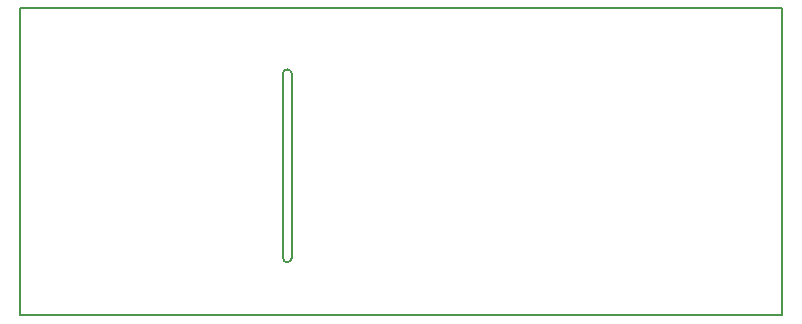
<source format=gbr>
G04 #@! TF.GenerationSoftware,KiCad,Pcbnew,6.0.5*
G04 #@! TF.CreationDate,2022-10-28T16:57:35+03:00*
G04 #@! TF.ProjectId,stm32,73746d33-322e-46b6-9963-61645f706362,rev?*
G04 #@! TF.SameCoordinates,Original*
G04 #@! TF.FileFunction,Profile,NP*
%FSLAX46Y46*%
G04 Gerber Fmt 4.6, Leading zero omitted, Abs format (unit mm)*
G04 Created by KiCad (PCBNEW 6.0.5) date 2022-10-28 16:57:35*
%MOMM*%
%LPD*%
G01*
G04 APERTURE LIST*
G04 #@! TA.AperFunction,Profile*
%ADD10C,0.150000*%
G04 #@! TD*
G04 APERTURE END LIST*
D10*
X125500000Y-50000000D02*
X125500000Y-49500000D01*
X61000000Y-75500000D02*
X125500000Y-75500000D01*
X125500000Y-75500000D02*
X125500000Y-50000000D01*
X83248500Y-70612000D02*
G75*
G03*
X84010500Y-70612000I381000J0D01*
G01*
X84010500Y-55054500D02*
X84010500Y-70612000D01*
X83248500Y-55054500D02*
X83248500Y-70612000D01*
X61000000Y-49500000D02*
X61000000Y-75500000D01*
X84010500Y-55054500D02*
G75*
G03*
X83248500Y-55054500I-381000J0D01*
G01*
X61000000Y-49500000D02*
X125500000Y-49500000D01*
M02*

</source>
